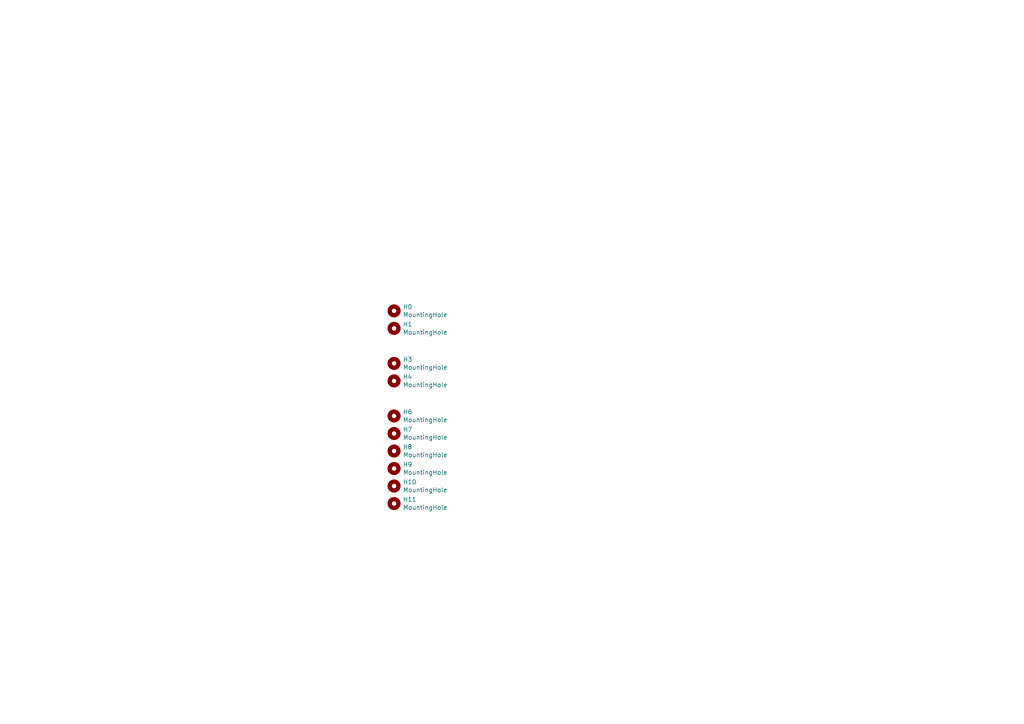
<source format=kicad_sch>
(kicad_sch (version 20211123) (generator eeschema)
  (paper "A4")
  (title_block (title "EnvKB") (date "2021-03-08") (rev "Rev.B") (company "Envious Media"))
  (lib_symbols
    (symbol "Mechanical:MountingHole" (pin_names (offset 1.016))
      (property "Reference" "H" (at 0 5.08 0))
      (property "Value" "MountingHole" (at 0 3.175 0))
      (symbol "MountingHole_0_1"
        (circle (center 0 0) (radius 1.27) (stroke (width 1.27)))
      )
    )
  )
  (symbol (lib_id "Mechanical:MountingHole") (at 114.3 105.41 0) (unit 1)
    (property "Reference" "H3" (at 116.84 104.2416 0) (effects (justify left)))
    (property "Value" "MountingHole" (at 116.84 106.553 0) (effects (justify left)))
    (property "Footprint" "MountingHole:MountingHole_2.2mm_M2_Pad" (effects hide))
  )
  (symbol (lib_id "Mechanical:MountingHole") (at 114.3 90.17 0) (unit 1)
    (property "Reference" "H0" (at 116.84 89.0016 0) (effects (justify left)))
    (property "Value" "MountingHole" (at 116.84 91.313 0) (effects (justify left)))
    (property "Footprint" "MountingHole:MountingHole_2.2mm_M2_Pad" (effects hide))
  )
  (symbol (lib_id "Mechanical:MountingHole") (at 114.3 95.25 0) (unit 1)
    (property "Reference" "H1" (at 116.84 94.0816 0) (effects (justify left)))
    (property "Value" "MountingHole" (at 116.84 96.393 0) (effects (justify left)))
    (property "Footprint" "MountingHole:MountingHole_2.2mm_M2_Pad" (effects hide))
  )
  (symbol (lib_id "Mechanical:MountingHole") (at 114.3 110.49 0) (unit 1)
    (property "Reference" "H4" (at 116.84 109.3216 0) (effects (justify left)))
    (property "Value" "MountingHole" (at 116.84 111.633 0) (effects (justify left)))
    (property "Footprint" "MountingHole:MountingHole_2.2mm_M2_Pad" (effects hide))
  )
  (symbol (lib_id "Mechanical:MountingHole") (at 114.3 135.89 0) (unit 1)
    (property "Reference" "H9" (at 116.84 134.7216 0) (effects (justify left)))
    (property "Value" "MountingHole" (at 116.84 137.033 0) (effects (justify left)))
    (property "Footprint" "MountingHole:MountingHole_2.2mm_M2_Pad" (effects hide))
  )
  (symbol (lib_id "Mechanical:MountingHole") (at 114.3 140.97 0) (unit 1)
    (property "Reference" "H10" (at 116.84 139.8016 0) (effects (justify left)))
    (property "Value" "MountingHole" (at 116.84 142.113 0) (effects (justify left)))
    (property "Footprint" "MountingHole:MountingHole_2.2mm_M2_Pad" (effects hide))
  )
  (symbol (lib_id "Mechanical:MountingHole") (at 114.3 120.65 0) (unit 1)
    (property "Reference" "H6" (at 116.84 119.4816 0) (effects (justify left)))
    (property "Value" "MountingHole" (at 116.84 121.793 0) (effects (justify left)))
    (property "Footprint" "MountingHole:MountingHole_2.2mm_M2_Pad" (effects hide))
  )
  (symbol (lib_id "Mechanical:MountingHole") (at 114.3 125.73 0) (unit 1)
    (property "Reference" "H7" (at 116.84 124.5616 0) (effects (justify left)))
    (property "Value" "MountingHole" (at 116.84 126.873 0) (effects (justify left)))
    (property "Footprint" "MountingHole:MountingHole_2.2mm_M2_Pad" (effects hide))
  )
  (symbol (lib_id "Mechanical:MountingHole") (at 114.3 130.81 0) (unit 1)
    (property "Reference" "H8" (at 116.84 129.6416 0) (effects (justify left)))
    (property "Value" "MountingHole" (at 116.84 131.953 0) (effects (justify left)))
    (property "Footprint" "MountingHole:MountingHole_2.2mm_M2_Pad" (effects hide))
  )
  (symbol (lib_id "Mechanical:MountingHole") (at 114.3 146.05 0) (unit 1)
    (property "Reference" "H11" (at 116.84 144.8816 0) (effects (justify left)))
    (property "Value" "MountingHole" (at 116.84 147.193 0) (effects (justify left)))
    (property "Footprint" "MountingHole:MountingHole_2.2mm_M2_Pad" (effects hide))
  )
)
</source>
